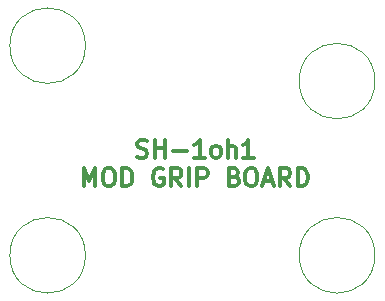
<source format=gto>
%TF.GenerationSoftware,KiCad,Pcbnew,6.0.4-6f826c9f35~116~ubuntu18.04.1*%
%TF.CreationDate,2023-11-26T11:14:00-05:00*%
%TF.ProjectId,SH101_MOD_GRIP_BOARD,53483130-315f-44d4-9f44-5f475249505f,rev?*%
%TF.SameCoordinates,Original*%
%TF.FileFunction,Legend,Top*%
%TF.FilePolarity,Positive*%
%FSLAX46Y46*%
G04 Gerber Fmt 4.6, Leading zero omitted, Abs format (unit mm)*
G04 Created by KiCad (PCBNEW 6.0.4-6f826c9f35~116~ubuntu18.04.1) date 2023-11-26 11:14:00*
%MOMM*%
%LPD*%
G01*
G04 APERTURE LIST*
%ADD10C,0.300000*%
%ADD11C,0.120000*%
G04 APERTURE END LIST*
D10*
X15821428Y-21649642D02*
X16035714Y-21721071D01*
X16392857Y-21721071D01*
X16535714Y-21649642D01*
X16607142Y-21578214D01*
X16678571Y-21435357D01*
X16678571Y-21292500D01*
X16607142Y-21149642D01*
X16535714Y-21078214D01*
X16392857Y-21006785D01*
X16107142Y-20935357D01*
X15964285Y-20863928D01*
X15892857Y-20792500D01*
X15821428Y-20649642D01*
X15821428Y-20506785D01*
X15892857Y-20363928D01*
X15964285Y-20292500D01*
X16107142Y-20221071D01*
X16464285Y-20221071D01*
X16678571Y-20292500D01*
X17321428Y-21721071D02*
X17321428Y-20221071D01*
X17321428Y-20935357D02*
X18178571Y-20935357D01*
X18178571Y-21721071D02*
X18178571Y-20221071D01*
X18892857Y-21149642D02*
X20035714Y-21149642D01*
X21535714Y-21721071D02*
X20678571Y-21721071D01*
X21107142Y-21721071D02*
X21107142Y-20221071D01*
X20964285Y-20435357D01*
X20821428Y-20578214D01*
X20678571Y-20649642D01*
X22392857Y-21721071D02*
X22250000Y-21649642D01*
X22178571Y-21578214D01*
X22107142Y-21435357D01*
X22107142Y-21006785D01*
X22178571Y-20863928D01*
X22250000Y-20792500D01*
X22392857Y-20721071D01*
X22607142Y-20721071D01*
X22750000Y-20792500D01*
X22821428Y-20863928D01*
X22892857Y-21006785D01*
X22892857Y-21435357D01*
X22821428Y-21578214D01*
X22750000Y-21649642D01*
X22607142Y-21721071D01*
X22392857Y-21721071D01*
X23535714Y-21721071D02*
X23535714Y-20221071D01*
X24178571Y-21721071D02*
X24178571Y-20935357D01*
X24107142Y-20792500D01*
X23964285Y-20721071D01*
X23750000Y-20721071D01*
X23607142Y-20792500D01*
X23535714Y-20863928D01*
X25678571Y-21721071D02*
X24821428Y-21721071D01*
X25250000Y-21721071D02*
X25250000Y-20221071D01*
X25107142Y-20435357D01*
X24964285Y-20578214D01*
X24821428Y-20649642D01*
X11285714Y-24136071D02*
X11285714Y-22636071D01*
X11785714Y-23707500D01*
X12285714Y-22636071D01*
X12285714Y-24136071D01*
X13285714Y-22636071D02*
X13571428Y-22636071D01*
X13714285Y-22707500D01*
X13857142Y-22850357D01*
X13928571Y-23136071D01*
X13928571Y-23636071D01*
X13857142Y-23921785D01*
X13714285Y-24064642D01*
X13571428Y-24136071D01*
X13285714Y-24136071D01*
X13142857Y-24064642D01*
X13000000Y-23921785D01*
X12928571Y-23636071D01*
X12928571Y-23136071D01*
X13000000Y-22850357D01*
X13142857Y-22707500D01*
X13285714Y-22636071D01*
X14571428Y-24136071D02*
X14571428Y-22636071D01*
X14928571Y-22636071D01*
X15142857Y-22707500D01*
X15285714Y-22850357D01*
X15357142Y-22993214D01*
X15428571Y-23278928D01*
X15428571Y-23493214D01*
X15357142Y-23778928D01*
X15285714Y-23921785D01*
X15142857Y-24064642D01*
X14928571Y-24136071D01*
X14571428Y-24136071D01*
X18000000Y-22707500D02*
X17857142Y-22636071D01*
X17642857Y-22636071D01*
X17428571Y-22707500D01*
X17285714Y-22850357D01*
X17214285Y-22993214D01*
X17142857Y-23278928D01*
X17142857Y-23493214D01*
X17214285Y-23778928D01*
X17285714Y-23921785D01*
X17428571Y-24064642D01*
X17642857Y-24136071D01*
X17785714Y-24136071D01*
X18000000Y-24064642D01*
X18071428Y-23993214D01*
X18071428Y-23493214D01*
X17785714Y-23493214D01*
X19571428Y-24136071D02*
X19071428Y-23421785D01*
X18714285Y-24136071D02*
X18714285Y-22636071D01*
X19285714Y-22636071D01*
X19428571Y-22707500D01*
X19500000Y-22778928D01*
X19571428Y-22921785D01*
X19571428Y-23136071D01*
X19500000Y-23278928D01*
X19428571Y-23350357D01*
X19285714Y-23421785D01*
X18714285Y-23421785D01*
X20214285Y-24136071D02*
X20214285Y-22636071D01*
X20928571Y-24136071D02*
X20928571Y-22636071D01*
X21500000Y-22636071D01*
X21642857Y-22707500D01*
X21714285Y-22778928D01*
X21785714Y-22921785D01*
X21785714Y-23136071D01*
X21714285Y-23278928D01*
X21642857Y-23350357D01*
X21500000Y-23421785D01*
X20928571Y-23421785D01*
X24071428Y-23350357D02*
X24285714Y-23421785D01*
X24357142Y-23493214D01*
X24428571Y-23636071D01*
X24428571Y-23850357D01*
X24357142Y-23993214D01*
X24285714Y-24064642D01*
X24142857Y-24136071D01*
X23571428Y-24136071D01*
X23571428Y-22636071D01*
X24071428Y-22636071D01*
X24214285Y-22707500D01*
X24285714Y-22778928D01*
X24357142Y-22921785D01*
X24357142Y-23064642D01*
X24285714Y-23207500D01*
X24214285Y-23278928D01*
X24071428Y-23350357D01*
X23571428Y-23350357D01*
X25357142Y-22636071D02*
X25642857Y-22636071D01*
X25785714Y-22707500D01*
X25928571Y-22850357D01*
X26000000Y-23136071D01*
X26000000Y-23636071D01*
X25928571Y-23921785D01*
X25785714Y-24064642D01*
X25642857Y-24136071D01*
X25357142Y-24136071D01*
X25214285Y-24064642D01*
X25071428Y-23921785D01*
X25000000Y-23636071D01*
X25000000Y-23136071D01*
X25071428Y-22850357D01*
X25214285Y-22707500D01*
X25357142Y-22636071D01*
X26571428Y-23707500D02*
X27285714Y-23707500D01*
X26428571Y-24136071D02*
X26928571Y-22636071D01*
X27428571Y-24136071D01*
X28785714Y-24136071D02*
X28285714Y-23421785D01*
X27928571Y-24136071D02*
X27928571Y-22636071D01*
X28499999Y-22636071D01*
X28642857Y-22707500D01*
X28714285Y-22778928D01*
X28785714Y-22921785D01*
X28785714Y-23136071D01*
X28714285Y-23278928D01*
X28642857Y-23350357D01*
X28499999Y-23421785D01*
X27928571Y-23421785D01*
X29428571Y-24136071D02*
X29428571Y-22636071D01*
X29785714Y-22636071D01*
X29999999Y-22707500D01*
X30142857Y-22850357D01*
X30214285Y-22993214D01*
X30285714Y-23278928D01*
X30285714Y-23493214D01*
X30214285Y-23778928D01*
X30142857Y-23921785D01*
X29999999Y-24064642D01*
X29785714Y-24136071D01*
X29428571Y-24136071D01*
D11*
%TO.C,SP2*%
X11451520Y-29998044D02*
G75*
G03*
X11451520Y-29998044I-3200000J0D01*
G01*
%TO.C,SP1*%
X11451520Y-12248044D02*
G75*
G03*
X11451520Y-12248044I-3200000J0D01*
G01*
%TO.C,SP4*%
X35951520Y-29998044D02*
G75*
G03*
X35951520Y-29998044I-3200000J0D01*
G01*
%TO.C,SP3*%
X35951520Y-15248044D02*
G75*
G03*
X35951520Y-15248044I-3200000J0D01*
G01*
%TD*%
M02*

</source>
